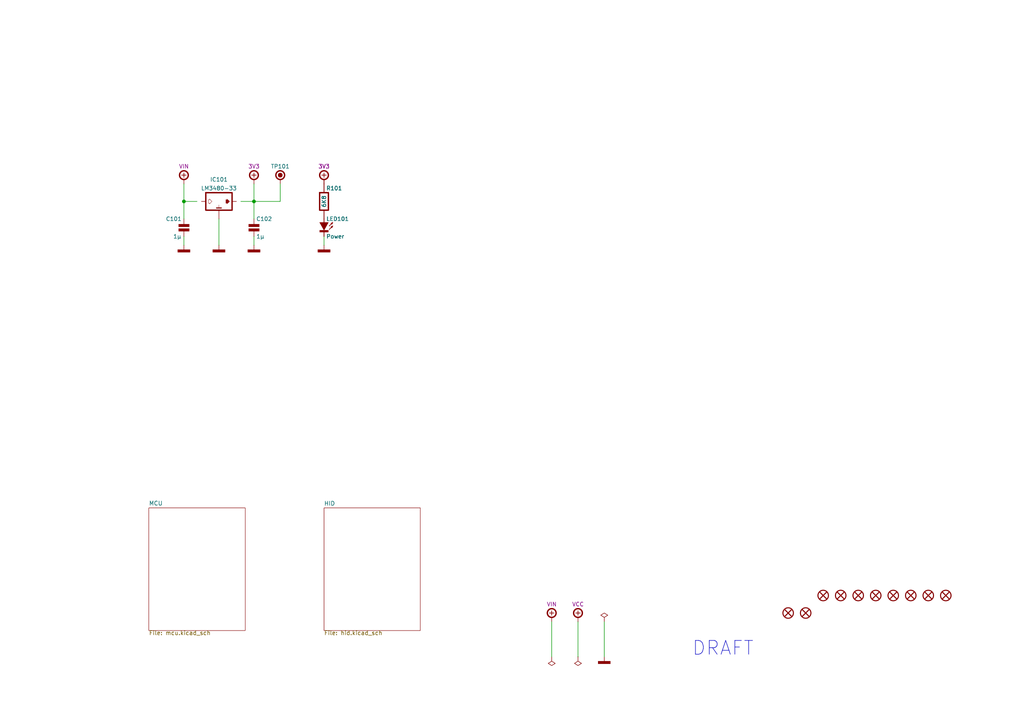
<source format=kicad_sch>
(kicad_sch (version 20230121) (generator eeschema)
  (paper "A4")
  (title_block (title "Root & Power") (date "01/2023") (rev "A") (comment 1 "TCAR MCU Board - PIC24FJ"))
  (lib_symbols
    (symbol "tronixio:CAPACITOR-1206-1U-10P-X7R" (pin_numbers hide) (pin_names (offset 0) hide)
      (property "Reference" "C" (at 1 2.54 0))
      (property "Value" "CAPACITOR-1206-1U-10P-X7R" (at 1 -2.54 0))
      (symbol "CAPACITOR-1206-1U-10P-X7R_0_1"
        (rectangle (start -1.524 -0.254) (end 1.524 -1.016) (stroke (width 0.001)) (fill (type outline)))
        (rectangle (start -1.524 1.016) (end 1.524 0.254) (stroke (width 0.001)) (fill (type outline)))
      )
      (symbol "CAPACITOR-1206-1U-10P-X7R_1_1"
        (pin passive line (at 0 2.54 270) (length 1.905) (name "~") (number "1"))
        (pin passive line (at 0 -2.54 90) (length 1.905) (name "~") (number "2"))
      )
    )
    (symbol "tronixio:HARWIN-S1751" (pin_numbers hide) (pin_names (offset 0) hide)
      (property "Reference" "TP" (at 0 5.08 0))
      (property "Value" "HARWIN-S1751" (at 0 7.62 0))
      (symbol "HARWIN-S1751_0_1"
        (circle (center 0 2.54) (radius 0.635) (stroke (width 0.001)) (fill (type outline)))
        (circle (center 0 2.54) (radius 1.27) (stroke (width 0.4)))
      )
      (symbol "HARWIN-S1751_1_1"
        (pin passive line (at 0 0 90) (length 1.27) (name "1") (number "1"))
      )
    )
    (symbol "tronixio:KINGBRIGHT-LED-1206-RED" (pin_numbers hide) (pin_names (offset 0) hide)
      (property "Reference" "LED" (at 0 -2.54 0))
      (property "Value" "KINGBRIGHT-LED-1206-RED" (at 0 -5.08 0))
      (symbol "KINGBRIGHT-LED-1206-RED_0_1"
        (rectangle (start -1.27 1.27) (end -0.762 -1.27) (stroke (width 0.001)) (fill (type outline)))
        (polyline (pts (xy 1.524 -1.27) (xy 1.524 1.27) (xy -0.762 0) (xy 1.524 -1.27)) (stroke (width 0.001)) (fill (type outline)))
        (polyline (pts (xy -0.508 1.524) (xy 0.508 2.54) (xy 0.254 2.032) (xy 0 2.286) (xy 0.508 2.54)) (stroke (width 0.2)))
        (polyline (pts (xy 0.508 1.524) (xy 1.524 2.54) (xy 1.27 2.032) (xy 1.016 2.286) (xy 1.524 2.54)) (stroke (width 0.2)))
      )
      (symbol "KINGBRIGHT-LED-1206-RED_1_1"
        (pin passive line (at -2.54 0 0) (length 1.27) (name "C") (number "1"))
        (pin passive line (at 2.54 0 180) (length 1.27) (name "A") (number "2"))
      )
    )
    (symbol "tronixio:MOUNTING-HOLE-3MM-MASK" (pin_numbers hide) (pin_names (offset 0) hide)
      (symbol "MOUNTING-HOLE-3MM-MASK_0_1"
        (polyline (pts (xy -1.016 -1.016) (xy 1.016 1.016)) (stroke (width 0.3)))
        (polyline (pts (xy 1.016 -1.016) (xy -1.016 1.016)) (stroke (width 0.3)))
        (circle (center 0 0) (radius 1.524) (stroke (width 0.3)))
      )
    )
    (symbol "tronixio:OSHW-5MM" (pin_numbers hide) (pin_names (offset 0) hide)
      (symbol "OSHW-5MM_0_1"
        (polyline (pts (xy -1.016 -1.016) (xy 1.016 1.016)) (stroke (width 0.3)))
        (polyline (pts (xy 1.016 -1.016) (xy -1.016 1.016)) (stroke (width 0.3)))
        (circle (center 0 0) (radius 1.524) (stroke (width 0.3)))
      )
    )
    (symbol "tronixio:POWER-+3V3" (power) (pin_numbers hide) (pin_names (offset 0) hide)
      (property "Name" "3V3" (at 0 5.08 0))
      (symbol "POWER-+3V3_0_1"
        (polyline (pts (xy -0.635 2.54) (xy 0.635 2.54)) (stroke (width 0.2)))
        (polyline (pts (xy 0 1.905) (xy 0 3.175)) (stroke (width 0.2)))
        (circle (center 0 2.54) (radius 1.27) (stroke (width 0.4)))
      )
      (symbol "POWER-+3V3_1_1"
        (pin power_in line (at 0 0 90) (length 1.27) (name "+3V3") (number "1"))
      )
    )
    (symbol "tronixio:POWER-FLAG" (power) (pin_numbers hide) (pin_names (offset 0) hide)
      (symbol "POWER-FLAG_0_0"
        (pin power_out line (at 0 0 90) (length 0) (name "pwr") (number "1"))
      )
      (symbol "POWER-FLAG_0_1"
        (polyline (pts (xy 0 0) (xy 0 1.27) (xy -1.016 1.905) (xy 0 2.54) (xy 1.016 1.905) (xy 0 1.27)))
      )
    )
    (symbol "tronixio:POWER-GND" (power) (pin_numbers hide) (pin_names (offset 0) hide)
      (symbol "POWER-GND_0_1"
        (rectangle (start -1.778 -2.032) (end 1.778 -1.27) (stroke (width 0.001)) (fill (type outline)))
      )
      (symbol "POWER-GND_1_1"
        (pin power_in line (at 0 0 270) (length 1.27) (name "GND") (number "1"))
      )
    )
    (symbol "tronixio:POWER-VCC" (power) (pin_numbers hide) (pin_names (offset 0) hide)
      (property "Name" "VCC" (at 0 5.08 0))
      (symbol "POWER-VCC_0_1"
        (polyline (pts (xy -0.635 2.54) (xy 0.635 2.54)) (stroke (width 0.2)))
        (polyline (pts (xy 0 1.905) (xy 0 3.175)) (stroke (width 0.2)))
        (circle (center 0 2.54) (radius 1.27) (stroke (width 0.4)))
      )
      (symbol "POWER-VCC_1_1"
        (pin power_in line (at 0 0 90) (length 1.27) (name "VCC") (number "1"))
      )
    )
    (symbol "tronixio:POWER-VIN" (power) (pin_numbers hide) (pin_names (offset 0) hide)
      (property "Name" "VIN" (at 0 5.08 0))
      (symbol "POWER-VIN_0_1"
        (polyline (pts (xy -0.635 2.54) (xy 0.635 2.54)) (stroke (width 0.2)))
        (polyline (pts (xy 0 1.905) (xy 0 3.175)) (stroke (width 0.2)))
        (circle (center 0 2.54) (radius 1.27) (stroke (width 0.4)))
      )
      (symbol "POWER-VIN_1_1"
        (pin power_in line (at 0 0 90) (length 1.27) (name "VIN") (number "1"))
      )
    )
    (symbol "tronixio:RESISTOR-1206-6K8-5P" (pin_numbers hide) (pin_names (offset 0) hide)
      (property "Reference" "R" (at 2.54 1.27 0))
      (property "Value" "RESISTOR-1206-6K8-5P" (at 2.54 -1.27 0))
      (symbol "RESISTOR-1206-6K8-5P_0_1"
        (rectangle (start -1.27 -2.54) (end 1.27 2.54) (stroke (width 0.4)))
      )
      (symbol "RESISTOR-1206-6K8-5P_1_1"
        (pin passive line (at 0 5.08 270) (length 2.54) (name "~") (number "1"))
        (pin passive line (at 0 -5.08 90) (length 2.54) (name "~") (number "2"))
      )
    )
    (symbol "tronixio:TI-LM3480-33-SOT-23" (pin_numbers hide) (pin_names (offset 0) hide)
      (property "Reference" "U" (at 0 6.35 0))
      (property "Value" "TI-LM3480-33-SOT-23" (at 0 3.81 0))
      (symbol "TI-LM3480-33-SOT-23_0_1"
        (rectangle (start -3.81 -2.54) (end 3.81 2.54) (stroke (width 0.4)))
        (rectangle (start -0.762 -1.778) (end 0.762 -2.032) (stroke (width 0.001)) (fill (type outline)))
        (polyline (pts (xy -2.032 0) (xy -2.794 -0.762)) (stroke (width 0.0005)))
        (polyline (pts (xy -2.032 0) (xy -2.794 0.762)) (stroke (width 0.0005)))
        (polyline (pts (xy 0 -1.778) (xy 0 -1.016)) (stroke (width 0.0005)))
        (polyline (pts (xy 3.048 0) (xy 2.286 -0.762)) (stroke (width 0.0005)))
        (polyline (pts (xy 3.048 0) (xy 2.286 0.762)) (stroke (width 0.0005)))
        (polyline (pts (xy -2.54 -0.508) (xy -3.048 -0.508) (xy -3.048 0.508) (xy -2.54 0.508)) (stroke (width 0.0005)))
        (polyline (pts (xy 2.54 -0.508) (xy 2.032 -0.508) (xy 2.032 0.508) (xy 2.54 0.508)) (stroke (width 0.001)) (fill (type outline)))
        (polyline (pts (xy 2.54 -0.508) (xy 3.048 0) (xy 2.54 0.508) (xy 2.54 -0.508)) (stroke (width 0.001)) (fill (type outline)))
      )
      (symbol "TI-LM3480-33-SOT-23_1_1"
        (pin power_out line (at 5.08 0 180) (length 1.27) (name "VO") (number "1"))
        (pin power_in line (at -5.08 0 0) (length 1.27) (name "VI") (number "2"))
        (pin power_in line (at 0 -5.08 90) (length 2.54) (name "GND") (number "3"))
      )
    )
  )
  (junction (at 53.34 58.42) (diameter 0.9144))
  (junction (at 73.66 58.42) (diameter 0.9144))
  (wire (pts (xy 63.5 63.5) (xy 63.5 71.12)))
  (wire (pts (xy 73.66 68.58) (xy 73.66 71.12)))
  (wire (pts (xy 53.34 58.42) (xy 53.34 63.5)))
  (wire (pts (xy 167.64 180.34) (xy 167.64 190.5)))
  (wire (pts (xy 53.34 68.58) (xy 53.34 71.12)))
  (wire (pts (xy 57.15 58.42) (xy 53.34 58.42)))
  (wire (pts (xy 73.66 58.42) (xy 73.66 53.34)))
  (wire (pts (xy 69.85 58.42) (xy 73.66 58.42)))
  (wire (pts (xy 81.28 53.34) (xy 81.28 58.42)))
  (wire (pts (xy 81.28 58.42) (xy 73.66 58.42)))
  (wire (pts (xy 93.98 68.58) (xy 93.98 71.12)))
  (wire (pts (xy 53.34 53.34) (xy 53.34 58.42)))
  (wire (pts (xy 73.66 58.42) (xy 73.66 63.5)))
  (wire (pts (xy 175.26 180.34) (xy 175.26 190.5)))
  (wire (pts (xy 160.02 180.34) (xy 160.02 190.5)))
  (text "DRAFT" (at 200.66 190.5 0) (effects (font (size 4 4)) (justify left bottom)))
  (symbol (lib_id "tronixio:POWER-GND") (at 93.98 71.12 0) (unit 1)
    (property "Reference" "#PWR0107" (effects hide))
    (property "Value" "POWER-GND" (effects hide))
    (property "Name" "GND" (effects hide))
  )
  (symbol (lib_id "tronixio:POWER-+3V3") (at 93.98 53.34 0) (unit 1)
    (property "Reference" "#PWR0106" (effects hide))
    (property "Value" "POWER-+3V3" (effects hide))
    (property "Name" "3V3" (at 93.98 48.26 0) (effects (font (size 1.15 1.15))))
  )
  (symbol (lib_id "tronixio:MOUNTING-HOLE-3MM-MASK") (at 269.24 172.72 0) (unit 1)
    (property "Reference" "H107" (effects hide))
    (property "Value" "MOUNTING-HOLE-MASK-3MM" (effects hide))
    (property "Footprint" "tronixio:MOUNTING-HOLE-3MM-MASK" (effects hide))
  )
  (symbol (lib_id "tronixio:POWER-FLAG") (at 160.02 190.5 180) (unit 1)
    (property "Reference" "#FLG0101" (effects hide))
    (property "Value" "PWR_FLAG" (effects hide))
  )
  (symbol (lib_id "tronixio:POWER-FLAG") (at 175.26 180.34 0) (mirror y) (unit 1)
    (property "Reference" "#FLG0103" (effects hide))
    (property "Value" "PWR_FLAG" (effects hide))
  )
  (symbol (lib_id "tronixio:OSHW-5MM") (at 233.68 177.8 0) (unit 1)
    (property "Reference" "X102" (effects hide))
    (property "Value" "SYMBOL-MISC" (effects hide))
    (property "Footprint" "tronixio:OSHW-5MM" (effects hide))
  )
  (symbol (lib_id "tronixio:POWER-GND") (at 63.5 71.12 0) (unit 1)
    (property "Reference" "#PWR0103" (effects hide))
    (property "Value" "POWER-GND" (effects hide))
    (property "Name" "GND" (effects hide))
  )
  (symbol (lib_id "tronixio:MOUNTING-HOLE-3MM-MASK") (at 264.16 172.72 0) (unit 1)
    (property "Reference" "H106" (effects hide))
    (property "Value" "MOUNTING-HOLE-MASK-3MM" (effects hide))
    (property "Footprint" "tronixio:MOUNTING-HOLE-3MM-MASK" (effects hide))
  )
  (symbol (lib_id "tronixio:POWER-VIN") (at 53.34 53.34 0) (unit 1)
    (property "Reference" "#PWR0101" (effects hide))
    (property "Value" "POWER-VIN" (effects hide))
    (property "Name" "VIN" (at 53.34 48.26 0) (effects (font (size 1.15 1.15))))
  )
  (symbol (lib_id "tronixio:CAPACITOR-1206-1U-10P-X7R") (at 53.34 66.04 0) (unit 1)
    (property "Reference" "C101" (at 52.705 63.5 0) (effects (font (size 1.15 1.15)) (justify right)))
    (property "Value" "1µ" (at 52.705 68.58 0) (effects (font (size 1.15 1.15)) (justify right)))
    (property "Footprint" "tronixio:CAPACITOR-SMD-1206" (effects hide))
    (property "Voltage" "50V" (effects hide))
    (property "Tolerance" "10%" (effects hide))
    (property "Mouser" "80-C1206C105K5R" (effects hide))
  )
  (symbol (lib_id "tronixio:POWER-GND") (at 53.34 71.12 0) (unit 1)
    (property "Reference" "#PWR0102" (effects hide))
    (property "Value" "POWER-GND" (effects hide))
    (property "Name" "GND" (effects hide))
  )
  (symbol (lib_id "tronixio:MOUNTING-HOLE-3MM-MASK") (at 259.08 172.72 0) (unit 1)
    (property "Reference" "H105" (effects hide))
    (property "Value" "MOUNTING-HOLE-MASK-3MM" (effects hide))
    (property "Footprint" "tronixio:MOUNTING-HOLE-3MM-MASK" (effects hide))
  )
  (symbol (lib_id "tronixio:POWER-GND") (at 175.26 190.5 0) (unit 1)
    (property "Reference" "#PWR0110" (effects hide))
    (property "Value" "POWER-GND" (effects hide))
    (property "Name" "GND" (effects hide))
  )
  (symbol (lib_id "tronixio:POWER-+3V3") (at 73.66 53.34 0) (unit 1)
    (property "Reference" "#PWR0104" (effects hide))
    (property "Value" "POWER-+3V3" (effects hide))
    (property "Name" "3V3" (at 73.66 48.26 0) (effects (font (size 1.15 1.15))))
  )
  (symbol (lib_id "tronixio:HARWIN-S1751") (at 81.28 53.34 0) (unit 1)
    (property "Reference" "TP101" (at 81.28 48.26 0) (effects (font (size 1.15 1.15))))
    (property "Value" "HARWIN-S1751" (effects hide))
    (property "Footprint" "tronixio:HARWIN-S1751" (effects hide))
    (property "Datasheet" "https://www.harwin.com/products/S1751-46/" (effects hide))
    (property "Mouser" "855-S1751-46" (effects hide))
  )
  (symbol (lib_id "tronixio:OSHW-5MM") (at 228.6 177.8 0) (unit 1)
    (property "Reference" "X101" (effects hide))
    (property "Value" "SYMBOL-MISC" (effects hide))
    (property "Footprint" "tronixio:OSHW-5MM" (effects hide))
  )
  (symbol (lib_id "tronixio:MOUNTING-HOLE-3MM-MASK") (at 243.84 172.72 0) (unit 1)
    (property "Reference" "H102" (effects hide))
    (property "Value" "MOUNTING-HOLE-MASK-3MM" (effects hide))
    (property "Footprint" "tronixio:MOUNTING-HOLE-3MM-MASK" (effects hide))
  )
  (symbol (lib_id "tronixio:POWER-FLAG") (at 167.64 190.5 180) (unit 1)
    (property "Reference" "#FLG0102" (effects hide))
    (property "Value" "PWR_FLAG" (effects hide))
  )
  (symbol (lib_id "tronixio:POWER-VCC") (at 167.64 180.34 0) (unit 1)
    (property "Reference" "#PWR0109" (effects hide))
    (property "Value" "POWER-VCC" (effects hide))
    (property "Name" "VCC" (at 167.64 175.26 0) (effects (font (size 1.15 1.15))))
  )
  (symbol (lib_id "tronixio:RESISTOR-1206-6K8-5P") (at 93.98 58.42 0) (unit 1)
    (property "Reference" "R101" (at 94.615 54.61 0) (effects (font (size 1.15 1.15)) (justify left)))
    (property "Value" "6K8" (at 93.98 58.42 90) (effects (font (size 1.15 1.15))))
    (property "Footprint" "tronixio:RESISTOR-SMD-1206" (effects hide))
    (property "Tolerance" "5%" (effects hide))
    (property "Mouser" "660-RK73B2BTTDD682J" (effects hide))
  )
  (symbol (lib_id "tronixio:POWER-VIN") (at 160.02 180.34 0) (unit 1)
    (property "Reference" "#PWR0108" (effects hide))
    (property "Value" "POWER-VIN" (effects hide))
    (property "Name" "VIN" (at 160.02 175.26 0) (effects (font (size 1.15 1.15))))
  )
  (symbol (lib_id "tronixio:MOUNTING-HOLE-3MM-MASK") (at 238.76 172.72 0) (unit 1)
    (property "Reference" "H101" (effects hide))
    (property "Value" "MOUNTING-HOLE-MASK-3MM" (effects hide))
    (property "Footprint" "tronixio:MOUNTING-HOLE-3MM-MASK" (effects hide))
  )
  (symbol (lib_id "tronixio:MOUNTING-HOLE-3MM-MASK") (at 248.92 172.72 0) (unit 1)
    (property "Reference" "H103" (effects hide))
    (property "Value" "MOUNTING-HOLE-MASK-3MM" (effects hide))
    (property "Footprint" "tronixio:MOUNTING-HOLE-3MM-MASK" (effects hide))
  )
  (symbol (lib_id "tronixio:TI-LM3480-33-SOT-23") (at 63.5 58.42 0) (unit 1)
    (property "Reference" "IC101" (at 63.5 52.07 0) (effects (font (size 1.15 1.15))))
    (property "Value" "LM3480-33" (at 63.5 54.61 0) (effects (font (size 1.15 1.15))))
    (property "Footprint" "tronixio:SOT-23-3" (effects hide))
    (property "Datasheet" "https://www.ti.com/product/LM3480" (effects hide))
    (property "Mouser" "926-LM3480IM33.3NOPB" (effects hide))
  )
  (symbol (lib_id "tronixio:KINGBRIGHT-LED-1206-RED") (at 93.98 66.04 270) (mirror x) (unit 1)
    (property "Reference" "LED101" (at 94.615 63.5 90) (effects (font (size 1.15 1.15)) (justify left)))
    (property "Value" "Power" (at 94.615 68.58 90) (effects (font (size 1.15 1.15)) (justify left)))
    (property "Footprint" "tronixio:LED-SMD-1206" (effects hide))
    (property "Datasheet" "http://www.kingbrightusa.com/images/catalog/SPEC/APT3216LSECK-J3-PRV.pdf" (effects hide))
    (property "Mouser" "604-APT3216LSECKJ3RV" (effects hide))
  )
  (symbol (lib_id "tronixio:CAPACITOR-1206-1U-10P-X7R") (at 73.66 66.04 0) (unit 1)
    (property "Reference" "C102" (at 74.295 63.5 0) (effects (font (size 1.15 1.15)) (justify left)))
    (property "Value" "1µ" (at 74.295 68.58 0) (effects (font (size 1.15 1.15)) (justify left)))
    (property "Footprint" "tronixio:CAPACITOR-SMD-1206" (effects hide))
    (property "Voltage" "50V" (effects hide))
    (property "Tolerance" "10%" (effects hide))
    (property "Mouser" "80-C1206C105K5R" (effects hide))
  )
  (symbol (lib_id "tronixio:MOUNTING-HOLE-3MM-MASK") (at 274.32 172.72 0) (unit 1)
    (property "Reference" "H108" (effects hide))
    (property "Value" "MOUNTING-HOLE-MASK-3MM" (effects hide))
    (property "Footprint" "tronixio:MOUNTING-HOLE-3MM-MASK" (effects hide))
  )
  (symbol (lib_id "tronixio:MOUNTING-HOLE-3MM-MASK") (at 254 172.72 0) (unit 1)
    (property "Reference" "H104" (effects hide))
    (property "Value" "MOUNTING-HOLE-MASK-3MM" (effects hide))
    (property "Footprint" "tronixio:MOUNTING-HOLE-3MM-MASK" (effects hide))
  )
  (symbol (lib_id "tronixio:POWER-GND") (at 73.66 71.12 0) (unit 1)
    (property "Reference" "#PWR0105" (effects hide))
    (property "Value" "POWER-GND" (effects hide))
    (property "Name" "GND" (effects hide))
  )
  (sheet (at 93.98 147.32) (size 27.94 35.56) (stroke (width 0.001))
    (property "Sheetname" "HID" (at 93.98 146.7191 0) (effects (font (size 1.2 1.2)) (justify left bottom)))
    (property "Sheetfile" "hid.kicad_sch" (at 93.98 182.88 0) (effects (font (size 1.2 1.2)) (justify left top)))
  )
  (sheet (at 43.18 147.32) (size 27.94 35.56) (stroke (width 0.001))
    (property "Sheetname" "MCU" (at 43.18 146.6841 0) (effects (font (size 1.2 1.2)) (justify left bottom)))
    (property "Sheetfile" "mcu.kicad_sch" (at 43.18 182.88 0) (effects (font (size 1.2 1.2)) (justify left top)))
  )
)
</source>
